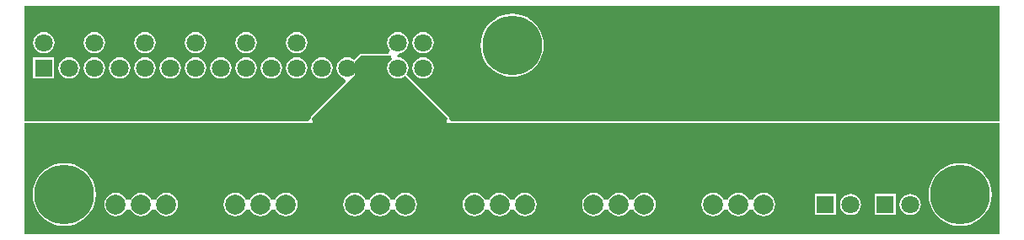
<source format=gbl>
G04 Layer_Physical_Order=2*
G04 Layer_Color=16711680*
%FSLAX25Y25*%
%MOIN*%
G70*
G01*
G75*
%ADD11R,0.07087X0.07087*%
%ADD12C,0.07087*%
%ADD13C,0.07874*%
%ADD14C,0.23622*%
%ADD15C,0.07874*%
G36*
X385827Y90551D02*
Y44737D01*
X385827Y44737D01*
X168940D01*
X168099Y45660D01*
X167898Y46130D01*
X167879Y46224D01*
X167869Y46320D01*
X167855Y46346D01*
X167849Y46376D01*
X167796Y46456D01*
X167750Y46540D01*
X167727Y46559D01*
X167710Y46584D01*
X153949Y60346D01*
X153949Y60346D01*
X151019Y63276D01*
X151006Y63350D01*
X151322Y63762D01*
X151743Y64777D01*
X151886Y65866D01*
X151743Y66956D01*
X151322Y67971D01*
X150654Y68843D01*
X149782Y69511D01*
X148767Y69932D01*
X147848Y70053D01*
X147390Y70641D01*
X148222Y71729D01*
X148767Y71800D01*
X149782Y72221D01*
X150654Y72890D01*
X151322Y73762D01*
X151743Y74777D01*
X151886Y75866D01*
X151743Y76956D01*
X151322Y77971D01*
X150654Y78843D01*
X149782Y79511D01*
X148767Y79932D01*
X147677Y80075D01*
X146588Y79932D01*
X145573Y79511D01*
X144701Y78843D01*
X144032Y77971D01*
X143611Y76956D01*
X143468Y75866D01*
X143611Y74777D01*
X144032Y73762D01*
X144552Y73083D01*
X144372Y72312D01*
X143914Y71509D01*
X133134D01*
X133072Y71496D01*
X133009D01*
X132950Y71485D01*
X132892Y71460D01*
X132888Y71460D01*
X132885Y71457D01*
X132784Y71416D01*
X132780Y71415D01*
X132777Y71413D01*
X132719Y71389D01*
X132669Y71355D01*
X132625Y71311D01*
X132572Y71276D01*
X130362Y69066D01*
X129782Y69511D01*
X128767Y69932D01*
X127677Y70075D01*
X126588Y69932D01*
X125573Y69511D01*
X124701Y68843D01*
X124032Y67971D01*
X123611Y66956D01*
X123468Y65866D01*
X123611Y64777D01*
X124032Y63762D01*
X124701Y62890D01*
X125573Y62221D01*
X126442Y61861D01*
X126890Y60906D01*
X126970Y60162D01*
X113392Y46584D01*
X113376Y46559D01*
X113352Y46540D01*
X113306Y46456D01*
X113253Y46376D01*
X113247Y46346D01*
X113233Y46320D01*
X113223Y46224D01*
X113204Y46130D01*
X113003Y45659D01*
X112163Y44737D01*
X0D01*
X0Y44737D01*
Y90551D01*
X385827D01*
X385827Y90551D01*
D02*
G37*
G36*
X145078Y70465D02*
X145286Y69291D01*
X144701Y68843D01*
X144032Y67971D01*
X143611Y66956D01*
X143468Y65866D01*
X143611Y64777D01*
X144032Y63762D01*
X144701Y62890D01*
X145573Y62221D01*
X146588Y61800D01*
X147677Y61657D01*
X148767Y61800D01*
X149782Y62221D01*
X150565Y62821D01*
X153495Y59891D01*
X153495Y59891D01*
X167256Y46130D01*
X167090Y44354D01*
X166825Y44094D01*
X385827D01*
X385827Y44094D01*
Y0D01*
X0D01*
X0Y0D01*
Y44094D01*
X114278D01*
X114013Y44354D01*
X113847Y46130D01*
X127608Y59891D01*
X127608Y59891D01*
X130709Y62992D01*
Y68504D01*
X133026Y70821D01*
X133076Y70855D01*
X133134Y70866D01*
X144870D01*
X145078Y70465D01*
D02*
G37*
%LPC*%
G36*
X245158Y16417D02*
X243965Y16261D01*
X242854Y15800D01*
X241900Y15068D01*
X241168Y14114D01*
X241010Y13732D01*
X239305D01*
X239147Y14114D01*
X238415Y15068D01*
X237461Y15800D01*
X236350Y16261D01*
X235157Y16417D01*
X233965Y16261D01*
X232854Y15800D01*
X231900Y15068D01*
X231168Y14114D01*
X231010Y13732D01*
X229305D01*
X229147Y14114D01*
X228415Y15068D01*
X227461Y15800D01*
X226350Y16261D01*
X225157Y16417D01*
X223965Y16261D01*
X222854Y15800D01*
X221900Y15068D01*
X221168Y14114D01*
X220708Y13003D01*
X220551Y11811D01*
X220708Y10619D01*
X221168Y9508D01*
X221900Y8554D01*
X222854Y7822D01*
X223965Y7362D01*
X225157Y7205D01*
X226350Y7362D01*
X227461Y7822D01*
X228415Y8554D01*
X229147Y9508D01*
X229305Y9891D01*
X231010D01*
X231168Y9508D01*
X231900Y8554D01*
X232854Y7822D01*
X233965Y7362D01*
X235157Y7205D01*
X236350Y7362D01*
X237461Y7822D01*
X238415Y8554D01*
X239147Y9508D01*
X239305Y9891D01*
X241010D01*
X241168Y9508D01*
X241900Y8554D01*
X242854Y7822D01*
X243965Y7362D01*
X245158Y7205D01*
X246350Y7362D01*
X247461Y7822D01*
X248415Y8554D01*
X249147Y9508D01*
X249607Y10619D01*
X249764Y11811D01*
X249607Y13003D01*
X249147Y14114D01*
X248415Y15068D01*
X247461Y15800D01*
X246350Y16261D01*
X245158Y16417D01*
D02*
G37*
G36*
X197913D02*
X196721Y16261D01*
X195610Y15800D01*
X194656Y15068D01*
X193924Y14114D01*
X193766Y13732D01*
X192061D01*
X191903Y14114D01*
X191171Y15068D01*
X190217Y15800D01*
X189106Y16261D01*
X187913Y16417D01*
X186721Y16261D01*
X185610Y15800D01*
X184656Y15068D01*
X183924Y14114D01*
X183766Y13732D01*
X182061D01*
X181903Y14114D01*
X181171Y15068D01*
X180217Y15800D01*
X179106Y16261D01*
X177913Y16417D01*
X176721Y16261D01*
X175610Y15800D01*
X174656Y15068D01*
X173924Y14114D01*
X173464Y13003D01*
X173307Y11811D01*
X173464Y10619D01*
X173924Y9508D01*
X174656Y8554D01*
X175610Y7822D01*
X176721Y7362D01*
X177913Y7205D01*
X179106Y7362D01*
X180217Y7822D01*
X181171Y8554D01*
X181903Y9508D01*
X182061Y9891D01*
X183766D01*
X183924Y9508D01*
X184656Y8554D01*
X185610Y7822D01*
X186721Y7362D01*
X187913Y7205D01*
X189106Y7362D01*
X190217Y7822D01*
X191171Y8554D01*
X191903Y9508D01*
X192061Y9891D01*
X193766D01*
X193924Y9508D01*
X194656Y8554D01*
X195610Y7822D01*
X196721Y7362D01*
X197913Y7205D01*
X199106Y7362D01*
X200217Y7822D01*
X201171Y8554D01*
X201903Y9508D01*
X202363Y10619D01*
X202520Y11811D01*
X202363Y13003D01*
X201903Y14114D01*
X201171Y15068D01*
X200217Y15800D01*
X199106Y16261D01*
X197913Y16417D01*
D02*
G37*
G36*
X150669D02*
X149477Y16261D01*
X148366Y15800D01*
X147412Y15068D01*
X146680Y14114D01*
X146522Y13732D01*
X144817D01*
X144659Y14114D01*
X143927Y15068D01*
X142973Y15800D01*
X141862Y16261D01*
X140669Y16417D01*
X139477Y16261D01*
X138366Y15800D01*
X137412Y15068D01*
X136680Y14114D01*
X136522Y13732D01*
X134817D01*
X134659Y14114D01*
X133926Y15068D01*
X132973Y15800D01*
X131862Y16261D01*
X130669Y16417D01*
X129477Y16261D01*
X128366Y15800D01*
X127412Y15068D01*
X126680Y14114D01*
X126220Y13003D01*
X126063Y11811D01*
X126220Y10619D01*
X126680Y9508D01*
X127412Y8554D01*
X128366Y7822D01*
X129477Y7362D01*
X130669Y7205D01*
X131862Y7362D01*
X132973Y7822D01*
X133926Y8554D01*
X134659Y9508D01*
X134817Y9891D01*
X136522D01*
X136680Y9508D01*
X137412Y8554D01*
X138366Y7822D01*
X139477Y7362D01*
X140669Y7205D01*
X141862Y7362D01*
X142973Y7822D01*
X143927Y8554D01*
X144659Y9508D01*
X144817Y9891D01*
X146522D01*
X146680Y9508D01*
X147412Y8554D01*
X148366Y7822D01*
X149477Y7362D01*
X150669Y7205D01*
X151862Y7362D01*
X152972Y7822D01*
X153927Y8554D01*
X154658Y9508D01*
X155119Y10619D01*
X155276Y11811D01*
X155119Y13003D01*
X154658Y14114D01*
X153927Y15068D01*
X152972Y15800D01*
X151862Y16261D01*
X150669Y16417D01*
D02*
G37*
G36*
X292402D02*
X291209Y16261D01*
X290099Y15800D01*
X289144Y15068D01*
X288412Y14114D01*
X288254Y13732D01*
X286549D01*
X286391Y14114D01*
X285659Y15068D01*
X284705Y15800D01*
X283594Y16261D01*
X282402Y16417D01*
X281209Y16261D01*
X280099Y15800D01*
X279145Y15068D01*
X278412Y14114D01*
X278254Y13732D01*
X276549D01*
X276391Y14114D01*
X275659Y15068D01*
X274705Y15800D01*
X273594Y16261D01*
X272402Y16417D01*
X271209Y16261D01*
X270098Y15800D01*
X269145Y15068D01*
X268412Y14114D01*
X267952Y13003D01*
X267795Y11811D01*
X267952Y10619D01*
X268412Y9508D01*
X269145Y8554D01*
X270098Y7822D01*
X271209Y7362D01*
X272402Y7205D01*
X273594Y7362D01*
X274705Y7822D01*
X275659Y8554D01*
X276391Y9508D01*
X276549Y9891D01*
X278254D01*
X278412Y9508D01*
X279145Y8554D01*
X280099Y7822D01*
X281209Y7362D01*
X282402Y7205D01*
X283594Y7362D01*
X284705Y7822D01*
X285659Y8554D01*
X286391Y9508D01*
X286549Y9891D01*
X288254D01*
X288412Y9508D01*
X289144Y8554D01*
X290099Y7822D01*
X291209Y7362D01*
X292402Y7205D01*
X293594Y7362D01*
X294705Y7822D01*
X295659Y8554D01*
X296391Y9508D01*
X296851Y10619D01*
X297008Y11811D01*
X296851Y13003D01*
X296391Y14114D01*
X295659Y15068D01*
X294705Y15800D01*
X293594Y16261D01*
X292402Y16417D01*
D02*
G37*
G36*
X27677Y70075D02*
X26588Y69932D01*
X25573Y69511D01*
X24701Y68843D01*
X24032Y67971D01*
X23611Y66956D01*
X23468Y65866D01*
X23611Y64777D01*
X24032Y63762D01*
X24701Y62890D01*
X25573Y62221D01*
X26588Y61800D01*
X27677Y61657D01*
X28767Y61800D01*
X29782Y62221D01*
X30654Y62890D01*
X31323Y63762D01*
X31743Y64777D01*
X31886Y65866D01*
X31743Y66956D01*
X31323Y67971D01*
X30654Y68843D01*
X29782Y69511D01*
X28767Y69932D01*
X27677Y70075D01*
D02*
G37*
G36*
X17677D02*
X16588Y69932D01*
X15573Y69511D01*
X14701Y68843D01*
X14032Y67971D01*
X13611Y66956D01*
X13468Y65866D01*
X13611Y64777D01*
X14032Y63762D01*
X14701Y62890D01*
X15573Y62221D01*
X16588Y61800D01*
X17677Y61657D01*
X18767Y61800D01*
X19782Y62221D01*
X20654Y62890D01*
X21323Y63762D01*
X21743Y64777D01*
X21886Y65866D01*
X21743Y66956D01*
X21323Y67971D01*
X20654Y68843D01*
X19782Y69511D01*
X18767Y69932D01*
X17677Y70075D01*
D02*
G37*
G36*
X37677D02*
X36588Y69932D01*
X35573Y69511D01*
X34701Y68843D01*
X34032Y67971D01*
X33611Y66956D01*
X33468Y65866D01*
X33611Y64777D01*
X34032Y63762D01*
X34701Y62890D01*
X35573Y62221D01*
X36588Y61800D01*
X37677Y61657D01*
X38767Y61800D01*
X39782Y62221D01*
X40654Y62890D01*
X41322Y63762D01*
X41743Y64777D01*
X41886Y65866D01*
X41743Y66956D01*
X41322Y67971D01*
X40654Y68843D01*
X39782Y69511D01*
X38767Y69932D01*
X37677Y70075D01*
D02*
G37*
G36*
X326772Y16020D02*
X325682Y15877D01*
X324667Y15456D01*
X323795Y14787D01*
X323126Y13916D01*
X322706Y12900D01*
X322563Y11811D01*
X322706Y10722D01*
X323126Y9707D01*
X323795Y8835D01*
X324667Y8166D01*
X325682Y7745D01*
X326772Y7602D01*
X327861Y7745D01*
X328876Y8166D01*
X329748Y8835D01*
X330417Y9707D01*
X330837Y10722D01*
X330981Y11811D01*
X330837Y12900D01*
X330417Y13916D01*
X329748Y14787D01*
X328876Y15456D01*
X327861Y15877D01*
X326772Y16020D01*
D02*
G37*
G36*
X350394D02*
X349304Y15877D01*
X348289Y15456D01*
X347417Y14787D01*
X346748Y13916D01*
X346328Y12900D01*
X346184Y11811D01*
X346328Y10722D01*
X346748Y9706D01*
X347417Y8835D01*
X348289Y8166D01*
X349304Y7745D01*
X350394Y7602D01*
X351483Y7745D01*
X352498Y8166D01*
X353370Y8835D01*
X354039Y9706D01*
X354460Y10722D01*
X354603Y11811D01*
X354460Y12900D01*
X354039Y13916D01*
X353370Y14787D01*
X352498Y15456D01*
X351483Y15877D01*
X350394Y16020D01*
D02*
G37*
G36*
X15748Y28227D02*
X13796Y28074D01*
X11892Y27617D01*
X10083Y26867D01*
X8413Y25844D01*
X6924Y24572D01*
X5652Y23083D01*
X4629Y21414D01*
X3880Y19604D01*
X3422Y17700D01*
X3269Y15748D01*
X3422Y13796D01*
X3880Y11892D01*
X4629Y10083D01*
X5652Y8413D01*
X6924Y6924D01*
X8413Y5652D01*
X10083Y4629D01*
X11892Y3880D01*
X13796Y3422D01*
X15748Y3269D01*
X17700Y3422D01*
X19604Y3880D01*
X21414Y4629D01*
X23083Y5652D01*
X24572Y6924D01*
X25844Y8413D01*
X26867Y10083D01*
X27617Y11892D01*
X28074Y13796D01*
X28227Y15748D01*
X28074Y17700D01*
X27617Y19604D01*
X26867Y21414D01*
X25844Y23083D01*
X24572Y24572D01*
X23083Y25844D01*
X21414Y26867D01*
X19604Y27617D01*
X17700Y28074D01*
X15748Y28227D01*
D02*
G37*
G36*
X370079D02*
X368127Y28074D01*
X366222Y27617D01*
X364413Y26867D01*
X362744Y25844D01*
X361255Y24572D01*
X359983Y23083D01*
X358960Y21414D01*
X358210Y19604D01*
X357753Y17700D01*
X357599Y15748D01*
X357753Y13796D01*
X358210Y11892D01*
X358960Y10083D01*
X359983Y8413D01*
X361255Y6924D01*
X362744Y5652D01*
X364413Y4629D01*
X366222Y3880D01*
X368127Y3422D01*
X370079Y3269D01*
X372031Y3422D01*
X373935Y3880D01*
X375744Y4629D01*
X377414Y5652D01*
X378903Y6924D01*
X380175Y8413D01*
X381198Y10083D01*
X381947Y11892D01*
X382405Y13796D01*
X382558Y15748D01*
X382405Y17700D01*
X381947Y19604D01*
X381198Y21414D01*
X380175Y23083D01*
X378903Y24572D01*
X377414Y25844D01*
X375744Y26867D01*
X373935Y27617D01*
X372031Y28074D01*
X370079Y28227D01*
D02*
G37*
G36*
X56181Y16417D02*
X54989Y16261D01*
X53878Y15800D01*
X52924Y15068D01*
X52192Y14114D01*
X52033Y13732D01*
X50329D01*
X50170Y14114D01*
X49438Y15068D01*
X48484Y15800D01*
X47373Y16261D01*
X46181Y16417D01*
X44989Y16261D01*
X43878Y15800D01*
X42924Y15068D01*
X42192Y14114D01*
X42033Y13732D01*
X40329D01*
X40170Y14114D01*
X39438Y15068D01*
X38484Y15800D01*
X37373Y16261D01*
X36181Y16417D01*
X34989Y16261D01*
X33878Y15800D01*
X32924Y15068D01*
X32192Y14114D01*
X31732Y13003D01*
X31575Y11811D01*
X31732Y10619D01*
X32192Y9508D01*
X32924Y8554D01*
X33878Y7822D01*
X34989Y7362D01*
X36181Y7205D01*
X37373Y7362D01*
X38484Y7822D01*
X39438Y8554D01*
X40170Y9508D01*
X40329Y9891D01*
X42033D01*
X42192Y9508D01*
X42924Y8554D01*
X43878Y7822D01*
X44989Y7362D01*
X46181Y7205D01*
X47373Y7362D01*
X48484Y7822D01*
X49438Y8554D01*
X50170Y9508D01*
X50329Y9891D01*
X52033D01*
X52192Y9508D01*
X52924Y8554D01*
X53878Y7822D01*
X54989Y7362D01*
X56181Y7205D01*
X57373Y7362D01*
X58484Y7822D01*
X59438Y8554D01*
X60170Y9508D01*
X60631Y10619D01*
X60787Y11811D01*
X60631Y13003D01*
X60170Y14114D01*
X59438Y15068D01*
X58484Y15800D01*
X57373Y16261D01*
X56181Y16417D01*
D02*
G37*
G36*
X103425D02*
X102233Y16261D01*
X101122Y15800D01*
X100168Y15068D01*
X99436Y14114D01*
X99278Y13732D01*
X97573D01*
X97414Y14114D01*
X96682Y15068D01*
X95728Y15800D01*
X94617Y16261D01*
X93425Y16417D01*
X92233Y16261D01*
X91122Y15800D01*
X90168Y15068D01*
X89436Y14114D01*
X89277Y13732D01*
X87573D01*
X87414Y14114D01*
X86682Y15068D01*
X85728Y15800D01*
X84617Y16261D01*
X83425Y16417D01*
X82233Y16261D01*
X81122Y15800D01*
X80168Y15068D01*
X79436Y14114D01*
X78976Y13003D01*
X78819Y11811D01*
X78976Y10619D01*
X79436Y9508D01*
X80168Y8554D01*
X81122Y7822D01*
X82233Y7362D01*
X83425Y7205D01*
X84617Y7362D01*
X85728Y7822D01*
X86682Y8554D01*
X87414Y9508D01*
X87573Y9891D01*
X89277D01*
X89436Y9508D01*
X90168Y8554D01*
X91122Y7822D01*
X92233Y7362D01*
X93425Y7205D01*
X94617Y7362D01*
X95728Y7822D01*
X96682Y8554D01*
X97414Y9508D01*
X97573Y9891D01*
X99278D01*
X99436Y9508D01*
X100168Y8554D01*
X101122Y7822D01*
X102233Y7362D01*
X103425Y7205D01*
X104618Y7362D01*
X105728Y7822D01*
X106682Y8554D01*
X107414Y9508D01*
X107875Y10619D01*
X108032Y11811D01*
X107875Y13003D01*
X107414Y14114D01*
X106682Y15068D01*
X105728Y15800D01*
X104618Y16261D01*
X103425Y16417D01*
D02*
G37*
G36*
X320945Y15984D02*
X312598D01*
Y7638D01*
X320945D01*
Y15984D01*
D02*
G37*
G36*
X344567D02*
X336221D01*
Y7638D01*
X344567D01*
Y15984D01*
D02*
G37*
G36*
X47677Y70075D02*
X46588Y69932D01*
X45573Y69511D01*
X44701Y68843D01*
X44032Y67971D01*
X43611Y66956D01*
X43468Y65866D01*
X43611Y64777D01*
X44032Y63762D01*
X44701Y62890D01*
X45573Y62221D01*
X46588Y61800D01*
X47677Y61657D01*
X48767Y61800D01*
X49782Y62221D01*
X50654Y62890D01*
X51323Y63762D01*
X51743Y64777D01*
X51886Y65866D01*
X51743Y66956D01*
X51323Y67971D01*
X50654Y68843D01*
X49782Y69511D01*
X48767Y69932D01*
X47677Y70075D01*
D02*
G37*
G36*
X27677Y80075D02*
X26588Y79932D01*
X25573Y79511D01*
X24701Y78843D01*
X24032Y77971D01*
X23611Y76956D01*
X23468Y75866D01*
X23611Y74777D01*
X24032Y73762D01*
X24701Y72890D01*
X25573Y72221D01*
X26588Y71800D01*
X27677Y71657D01*
X28767Y71800D01*
X29782Y72221D01*
X30654Y72890D01*
X31323Y73762D01*
X31743Y74777D01*
X31886Y75866D01*
X31743Y76956D01*
X31323Y77971D01*
X30654Y78843D01*
X29782Y79511D01*
X28767Y79932D01*
X27677Y80075D01*
D02*
G37*
G36*
X47677D02*
X46588Y79932D01*
X45573Y79511D01*
X44701Y78843D01*
X44032Y77971D01*
X43611Y76956D01*
X43468Y75866D01*
X43611Y74777D01*
X44032Y73762D01*
X44701Y72890D01*
X45573Y72221D01*
X46588Y71800D01*
X47677Y71657D01*
X48767Y71800D01*
X49782Y72221D01*
X50654Y72890D01*
X51323Y73762D01*
X51743Y74777D01*
X51886Y75866D01*
X51743Y76956D01*
X51323Y77971D01*
X50654Y78843D01*
X49782Y79511D01*
X48767Y79932D01*
X47677Y80075D01*
D02*
G37*
G36*
X192913Y87283D02*
X190961Y87129D01*
X189057Y86672D01*
X187248Y85922D01*
X185578Y84899D01*
X184089Y83627D01*
X182817Y82138D01*
X181794Y80469D01*
X181045Y78660D01*
X180588Y76755D01*
X180434Y74803D01*
X180588Y72851D01*
X181045Y70947D01*
X181794Y69138D01*
X182817Y67468D01*
X184089Y65979D01*
X185578Y64707D01*
X187248Y63684D01*
X189057Y62935D01*
X190961Y62477D01*
X192913Y62324D01*
X194866Y62477D01*
X196770Y62935D01*
X198579Y63684D01*
X200249Y64707D01*
X201738Y65979D01*
X203010Y67468D01*
X204033Y69138D01*
X204782Y70947D01*
X205239Y72851D01*
X205393Y74803D01*
X205239Y76755D01*
X204782Y78660D01*
X204033Y80469D01*
X203010Y82138D01*
X201738Y83627D01*
X200249Y84899D01*
X198579Y85922D01*
X196770Y86672D01*
X194866Y87129D01*
X192913Y87283D01*
D02*
G37*
G36*
X7677Y80075D02*
X6588Y79932D01*
X5573Y79511D01*
X4701Y78843D01*
X4032Y77971D01*
X3611Y76956D01*
X3468Y75866D01*
X3611Y74777D01*
X4032Y73762D01*
X4701Y72890D01*
X5573Y72221D01*
X6588Y71800D01*
X7677Y71657D01*
X8767Y71800D01*
X9782Y72221D01*
X10654Y72890D01*
X11322Y73762D01*
X11743Y74777D01*
X11886Y75866D01*
X11743Y76956D01*
X11322Y77971D01*
X10654Y78843D01*
X9782Y79511D01*
X8767Y79932D01*
X7677Y80075D01*
D02*
G37*
G36*
X107677D02*
X106588Y79932D01*
X105573Y79511D01*
X104701Y78843D01*
X104032Y77971D01*
X103611Y76956D01*
X103468Y75866D01*
X103611Y74777D01*
X104032Y73762D01*
X104701Y72890D01*
X105573Y72221D01*
X106588Y71800D01*
X107677Y71657D01*
X108767Y71800D01*
X109782Y72221D01*
X110654Y72890D01*
X111322Y73762D01*
X111743Y74777D01*
X111886Y75866D01*
X111743Y76956D01*
X111322Y77971D01*
X110654Y78843D01*
X109782Y79511D01*
X108767Y79932D01*
X107677Y80075D01*
D02*
G37*
G36*
X157677D02*
X156588Y79932D01*
X155573Y79511D01*
X154701Y78843D01*
X154032Y77971D01*
X153611Y76956D01*
X153468Y75866D01*
X153611Y74777D01*
X154032Y73762D01*
X154701Y72890D01*
X155573Y72221D01*
X156588Y71800D01*
X157677Y71657D01*
X158767Y71800D01*
X159782Y72221D01*
X160654Y72890D01*
X161322Y73762D01*
X161743Y74777D01*
X161886Y75866D01*
X161743Y76956D01*
X161322Y77971D01*
X160654Y78843D01*
X159782Y79511D01*
X158767Y79932D01*
X157677Y80075D01*
D02*
G37*
G36*
X67677D02*
X66588Y79932D01*
X65573Y79511D01*
X64701Y78843D01*
X64032Y77971D01*
X63611Y76956D01*
X63468Y75866D01*
X63611Y74777D01*
X64032Y73762D01*
X64701Y72890D01*
X65573Y72221D01*
X66588Y71800D01*
X67677Y71657D01*
X68767Y71800D01*
X69782Y72221D01*
X70654Y72890D01*
X71323Y73762D01*
X71743Y74777D01*
X71886Y75866D01*
X71743Y76956D01*
X71323Y77971D01*
X70654Y78843D01*
X69782Y79511D01*
X68767Y79932D01*
X67677Y80075D01*
D02*
G37*
G36*
X87677D02*
X86588Y79932D01*
X85573Y79511D01*
X84701Y78843D01*
X84032Y77971D01*
X83611Y76956D01*
X83468Y75866D01*
X83611Y74777D01*
X84032Y73762D01*
X84701Y72890D01*
X85573Y72221D01*
X86588Y71800D01*
X87677Y71657D01*
X88767Y71800D01*
X89782Y72221D01*
X90654Y72890D01*
X91322Y73762D01*
X91743Y74777D01*
X91886Y75866D01*
X91743Y76956D01*
X91322Y77971D01*
X90654Y78843D01*
X89782Y79511D01*
X88767Y79932D01*
X87677Y80075D01*
D02*
G37*
G36*
X11850Y70039D02*
X3504D01*
Y61693D01*
X11850D01*
Y70039D01*
D02*
G37*
G36*
X77677Y70075D02*
X76588Y69932D01*
X75573Y69511D01*
X74701Y68843D01*
X74032Y67971D01*
X73611Y66956D01*
X73468Y65866D01*
X73611Y64777D01*
X74032Y63762D01*
X74701Y62890D01*
X75573Y62221D01*
X76588Y61800D01*
X77677Y61657D01*
X78767Y61800D01*
X79782Y62221D01*
X80654Y62890D01*
X81322Y63762D01*
X81743Y64777D01*
X81886Y65866D01*
X81743Y66956D01*
X81322Y67971D01*
X80654Y68843D01*
X79782Y69511D01*
X78767Y69932D01*
X77677Y70075D01*
D02*
G37*
G36*
X87677D02*
X86588Y69932D01*
X85573Y69511D01*
X84701Y68843D01*
X84032Y67971D01*
X83611Y66956D01*
X83468Y65866D01*
X83611Y64777D01*
X84032Y63762D01*
X84701Y62890D01*
X85573Y62221D01*
X86588Y61800D01*
X87677Y61657D01*
X88767Y61800D01*
X89782Y62221D01*
X90654Y62890D01*
X91322Y63762D01*
X91743Y64777D01*
X91886Y65866D01*
X91743Y66956D01*
X91322Y67971D01*
X90654Y68843D01*
X89782Y69511D01*
X88767Y69932D01*
X87677Y70075D01*
D02*
G37*
G36*
X57677D02*
X56588Y69932D01*
X55573Y69511D01*
X54701Y68843D01*
X54032Y67971D01*
X53611Y66956D01*
X53468Y65866D01*
X53611Y64777D01*
X54032Y63762D01*
X54701Y62890D01*
X55573Y62221D01*
X56588Y61800D01*
X57677Y61657D01*
X58767Y61800D01*
X59782Y62221D01*
X60654Y62890D01*
X61322Y63762D01*
X61743Y64777D01*
X61886Y65866D01*
X61743Y66956D01*
X61322Y67971D01*
X60654Y68843D01*
X59782Y69511D01*
X58767Y69932D01*
X57677Y70075D01*
D02*
G37*
G36*
X67677D02*
X66588Y69932D01*
X65573Y69511D01*
X64701Y68843D01*
X64032Y67971D01*
X63611Y66956D01*
X63468Y65866D01*
X63611Y64777D01*
X64032Y63762D01*
X64701Y62890D01*
X65573Y62221D01*
X66588Y61800D01*
X67677Y61657D01*
X68767Y61800D01*
X69782Y62221D01*
X70654Y62890D01*
X71323Y63762D01*
X71743Y64777D01*
X71886Y65866D01*
X71743Y66956D01*
X71323Y67971D01*
X70654Y68843D01*
X69782Y69511D01*
X68767Y69932D01*
X67677Y70075D01*
D02*
G37*
G36*
X117677D02*
X116588Y69932D01*
X115573Y69511D01*
X114701Y68843D01*
X114032Y67971D01*
X113611Y66956D01*
X113468Y65866D01*
X113611Y64777D01*
X114032Y63762D01*
X114701Y62890D01*
X115573Y62221D01*
X116588Y61800D01*
X117677Y61657D01*
X118767Y61800D01*
X119782Y62221D01*
X120654Y62890D01*
X121323Y63762D01*
X121743Y64777D01*
X121886Y65866D01*
X121743Y66956D01*
X121323Y67971D01*
X120654Y68843D01*
X119782Y69511D01*
X118767Y69932D01*
X117677Y70075D01*
D02*
G37*
G36*
X157677D02*
X156588Y69932D01*
X155573Y69511D01*
X154701Y68843D01*
X154032Y67971D01*
X153611Y66956D01*
X153468Y65866D01*
X153611Y64777D01*
X154032Y63762D01*
X154701Y62890D01*
X155573Y62221D01*
X156588Y61800D01*
X157677Y61657D01*
X158767Y61800D01*
X159782Y62221D01*
X160654Y62890D01*
X161322Y63762D01*
X161743Y64777D01*
X161886Y65866D01*
X161743Y66956D01*
X161322Y67971D01*
X160654Y68843D01*
X159782Y69511D01*
X158767Y69932D01*
X157677Y70075D01*
D02*
G37*
G36*
X97677D02*
X96588Y69932D01*
X95573Y69511D01*
X94701Y68843D01*
X94032Y67971D01*
X93611Y66956D01*
X93468Y65866D01*
X93611Y64777D01*
X94032Y63762D01*
X94701Y62890D01*
X95573Y62221D01*
X96588Y61800D01*
X97677Y61657D01*
X98767Y61800D01*
X99782Y62221D01*
X100654Y62890D01*
X101322Y63762D01*
X101743Y64777D01*
X101886Y65866D01*
X101743Y66956D01*
X101322Y67971D01*
X100654Y68843D01*
X99782Y69511D01*
X98767Y69932D01*
X97677Y70075D01*
D02*
G37*
G36*
X107677D02*
X106588Y69932D01*
X105573Y69511D01*
X104701Y68843D01*
X104032Y67971D01*
X103611Y66956D01*
X103468Y65866D01*
X103611Y64777D01*
X104032Y63762D01*
X104701Y62890D01*
X105573Y62221D01*
X106588Y61800D01*
X107677Y61657D01*
X108767Y61800D01*
X109782Y62221D01*
X110654Y62890D01*
X111322Y63762D01*
X111743Y64777D01*
X111886Y65866D01*
X111743Y66956D01*
X111322Y67971D01*
X110654Y68843D01*
X109782Y69511D01*
X108767Y69932D01*
X107677Y70075D01*
D02*
G37*
%LPD*%
D11*
X316772Y11811D02*
D03*
X340394D02*
D03*
X7677Y65866D02*
D03*
D12*
X326772Y11811D02*
D03*
X350394D02*
D03*
X157677Y65866D02*
D03*
X147677D02*
D03*
X137677D02*
D03*
X127677D02*
D03*
X117677D02*
D03*
X107677D02*
D03*
X97677D02*
D03*
X87677D02*
D03*
X77677D02*
D03*
X67677D02*
D03*
X57677D02*
D03*
X47677D02*
D03*
X37677D02*
D03*
X27677D02*
D03*
X17677D02*
D03*
X7677Y75866D02*
D03*
X17677D02*
D03*
X27677D02*
D03*
X37677D02*
D03*
X47677D02*
D03*
X57677D02*
D03*
X67677D02*
D03*
X77677D02*
D03*
X87677D02*
D03*
X97677D02*
D03*
X107677D02*
D03*
X117677D02*
D03*
X127677D02*
D03*
X137677D02*
D03*
X147677D02*
D03*
X157677D02*
D03*
D13*
X66181Y11811D02*
D03*
X56181D02*
D03*
X46181D02*
D03*
X36181D02*
D03*
X113425D02*
D03*
X103425D02*
D03*
X93425D02*
D03*
X83425D02*
D03*
X160669D02*
D03*
X150669D02*
D03*
X140669D02*
D03*
X130669D02*
D03*
X207913D02*
D03*
X197913D02*
D03*
X187913D02*
D03*
X177913D02*
D03*
X255157D02*
D03*
X245158D02*
D03*
X235157D02*
D03*
X225157D02*
D03*
X302402D02*
D03*
X292402D02*
D03*
X282402D02*
D03*
X272402D02*
D03*
D14*
X15748Y15748D02*
D03*
X370079D02*
D03*
X192913Y74803D02*
D03*
D15*
X10827Y50197D02*
D03*
Y38386D02*
D03*
X378937Y49370D02*
D03*
Y39370D02*
D03*
M02*

</source>
